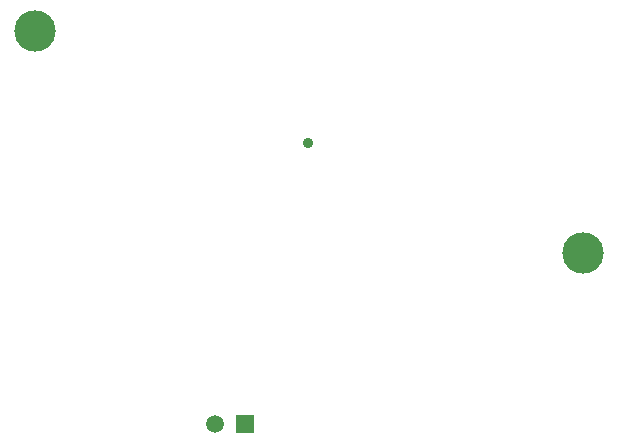
<source format=gbl>
G04*
G04 #@! TF.GenerationSoftware,Altium Limited,Altium Designer,19.0.10 (269)*
G04*
G04 Layer_Physical_Order=2*
G04 Layer_Color=16711680*
%FSLAX25Y25*%
%MOIN*%
G70*
G01*
G75*
%ADD43C,0.13780*%
%ADD44R,0.05906X0.05906*%
%ADD45C,0.05906*%
%ADD46C,0.03500*%
D43*
X139000Y239500D02*
D03*
X321500Y165500D02*
D03*
D44*
X209000Y108500D02*
D03*
D45*
X199000D02*
D03*
D46*
X230000Y202000D02*
D03*
M02*

</source>
